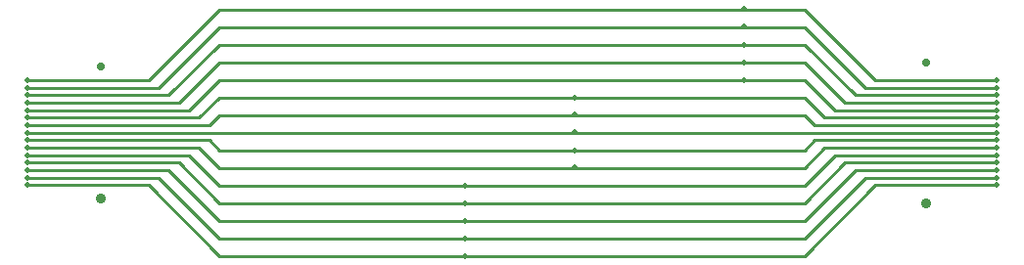
<source format=gbl>
%FSTAX42Y42*%
%MOMM*%
%SFA1B1*%

%IPPOS*%
%ADD12C,0.250000*%
%ADD16C,0.699999*%
%ADD17C,0.899998*%
%ADD18C,0.499999*%
%LNflex_debugging-1*%
%LPD*%
G54D12*
X009534Y006091D02*
X012467D01*
X007404D02*
X009534D01*
X007404Y005939D02*
X012467D01*
X007404Y005482D02*
X012467D01*
X007404Y005634D02*
X012467D01*
X007404Y005787D02*
X012467D01*
X012729Y006354D02*
X014126D01*
X012467Y006091D02*
X012729Y006354D01*
X005744D02*
X007142D01*
X007404Y006091*
X012816Y006289D02*
X014126D01*
X012467Y005939D02*
X012816Y006289D01*
X005744D02*
X007054D01*
X007404Y005939*
X013078Y006094D02*
X014126D01*
X012467Y005482D02*
X013078Y006094D01*
X005744D02*
X006792D01*
X007404Y005482*
X012991Y006159D02*
X014126D01*
X012467Y005634D02*
X012991Y006159D01*
X005744D02*
X00688D01*
X007404Y005634*
X012904Y006224D02*
X014126D01*
X012467Y005787D02*
X012904Y006224D01*
X005744D02*
X006967D01*
X007404Y005787*
Y007006D02*
X012467D01*
X007404Y007158D02*
X012467D01*
X007404Y007311D02*
X012467D01*
X007404Y007463D02*
X012467D01*
X007404Y007616D02*
X012467D01*
Y007006D02*
X012729Y006744D01*
X014126*
X007142D02*
X007404Y007006D01*
X005744Y006744D02*
X007142D01*
X012467Y007158D02*
X012816Y006809D01*
X014126*
X007054D02*
X007404Y007158D01*
X005744Y006809D02*
X007054D01*
X012467Y007311D02*
X012904Y006874D01*
X014126*
X006967D02*
X007404Y007311D01*
X005744Y006874D02*
X006967D01*
X012467Y007463D02*
X012991Y006939D01*
X014126*
X00688D02*
X007404Y007463D01*
X005744Y006939D02*
X00688D01*
X012467Y007616D02*
X013078Y007004D01*
X014126*
X006792D02*
X007404Y007616D01*
X005744Y007004D02*
X006792D01*
X007404Y006853D02*
X012467D01*
X007404Y006701D02*
X012467D01*
X007404Y006244D02*
X012467D01*
X007404Y006396D02*
X012467D01*
X005744Y006549D02*
X014126D01*
X012467Y006853D02*
X012641Y006679D01*
X014126*
X007229D02*
X007404Y006853D01*
X005744Y006679D02*
X007229D01*
X012467Y006701D02*
X012554Y006614D01*
X014126*
X007317D02*
X007404Y006701D01*
X005744Y006614D02*
X007317D01*
X012641Y006419D02*
X014126D01*
X012467Y006244D02*
X012641Y006419D01*
X005744D02*
X007229D01*
X007404Y006244*
X012554Y006484D02*
X014126D01*
X012467Y006396D02*
X012554Y006484D01*
X005744D02*
X007317D01*
X007404Y006396*
G54D16*
X006383Y007119D03*
X01352Y007159D03*
G54D17*
X006383Y005979D03*
X01352Y005939D03*
G54D18*
X014126Y006354D03*
X005744D03*
X014126Y006289D03*
X005744D03*
X014126Y006094D03*
X005744D03*
X014126Y006159D03*
X005744D03*
X014126Y006224D03*
X005744D03*
X009534Y006091D03*
Y005939D03*
Y005787D03*
Y005634D03*
Y005482D03*
X014126Y006744D03*
X005744D03*
X014126Y006809D03*
X005744D03*
X014126Y006874D03*
X005744D03*
X014126Y006939D03*
X005744D03*
X014126Y007004D03*
X005744D03*
X011939Y007006D03*
Y007159D03*
Y007311D03*
Y007464D03*
Y007617D03*
X014126Y006679D03*
X005744D03*
X014126Y006614D03*
X005744D03*
X014126Y006419D03*
X005744D03*
X014126Y006484D03*
X005744D03*
X014126Y006549D03*
X005744D03*
X010474Y006702D03*
Y006245D03*
Y006397D03*
Y00655D03*
Y006854D03*
M02*
</source>
